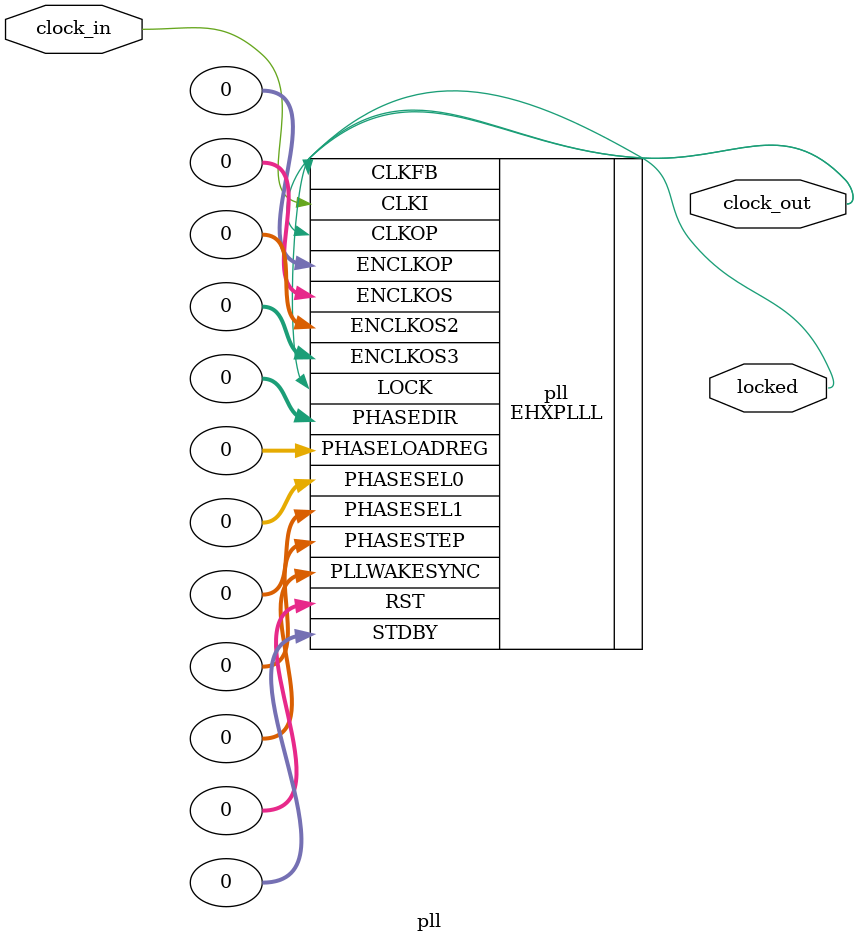
<source format=sv>
module pll (
    input clock_in,
    output logic clock_out,
    output logic locked
);
    EHXPLLL #(
        .PLLRST_ENA("DISABLED"),
        .INTFB_WAKE("DISABLED"),
        .STDBY_ENABLE("DISABLED"),
        .DPHASE_SOURCE("DISABLED"),
        .CLKOS3_FPHASE(0),
        .CLKOS3_CPHASE(0),
        .CLKOS2_FPHASE(0),
        .CLKOS2_CPHASE(0),
        .CLKOS_FPHASE(0),
        .CLKOS_CPHASE(0),
        .CLKOP_FPHASE(0),
        .CLKOP_CPHASE(11),
        .PLL_LOCK_MODE(0),
        .CLKOS_TRIM_DELAY(0),
        .CLKOS_TRIM_POL("FALLING"),
        .CLKOP_TRIM_DELAY(0),
        .CLKOP_TRIM_POL("FALLING"),
        .OUTDIVIDER_MUXD("DIVD"),
        .CLKOS3_ENABLE("DISABLED"),
        .OUTDIVIDER_MUXC("DIVC"),
        .CLKOS2_ENABLE("DISABLED"),
        .OUTDIVIDER_MUXB("DIVB"),
        .CLKOS_ENABLE("DISABLED"),
        .OUTDIVIDER_MUXA("DIVA"),
        .CLKOP_ENABLE("ENABLED"),
        .CLKOS3_DIV(1),
        .CLKOS2_DIV(1),
        .CLKOS_DIV(1),
        .CLKOP_DIV(12),
        .CLKFB_DIV(4),
        .CLKI_DIV(1),
        .FEEDBK_PATH("CLKOP")
    ) pll (
        .CLKI(clock_in),
        .CLKFB(clock_out),
        .PHASESEL1(0),
        .PHASESEL0(0),
        .PHASEDIR(0),
        .PHASESTEP(0),
        .PHASELOADREG(0),
        .STDBY(0),
        .PLLWAKESYNC(0),
        .RST(0),
        .ENCLKOP(0),
        .ENCLKOS(0),
        .ENCLKOS2(0),
        .ENCLKOS3(0),
        .CLKOP(clock_out),
        .LOCK(locked)
    );
endmodule

</source>
